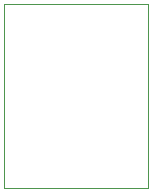
<source format=gbr>
%TF.GenerationSoftware,KiCad,Pcbnew,8.0.1*%
%TF.CreationDate,2025-01-22T18:04:17-07:00*%
%TF.ProjectId,AlcoholSensor,416c636f-686f-46c5-9365-6e736f722e6b,rev?*%
%TF.SameCoordinates,Original*%
%TF.FileFunction,Profile,NP*%
%FSLAX46Y46*%
G04 Gerber Fmt 4.6, Leading zero omitted, Abs format (unit mm)*
G04 Created by KiCad (PCBNEW 8.0.1) date 2025-01-22 18:04:17*
%MOMM*%
%LPD*%
G01*
G04 APERTURE LIST*
%TA.AperFunction,Profile*%
%ADD10C,0.050000*%
%TD*%
G04 APERTURE END LIST*
D10*
X174690000Y-73915000D02*
X186890000Y-73915000D01*
X186890000Y-89475000D01*
X174690000Y-89475000D01*
X174690000Y-73915000D01*
M02*

</source>
